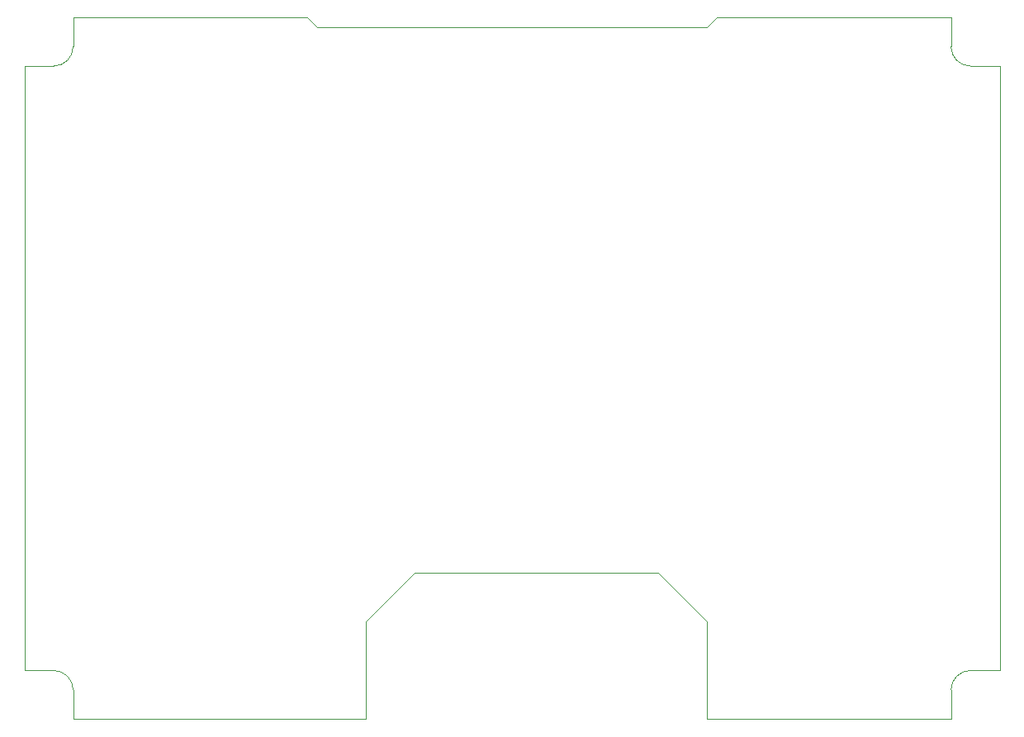
<source format=gm1>
G04*
G04 #@! TF.GenerationSoftware,Altium Limited,Altium Designer,22.1.2 (22)*
G04*
G04 Layer_Color=16711935*
%FSLAX44Y44*%
%MOMM*%
G71*
G04*
G04 #@! TF.SameCoordinates,DF868C21-73AE-4418-8FF8-C31C1020728F*
G04*
G04*
G04 #@! TF.FilePolarity,Positive*
G04*
G01*
G75*
%ADD151C,0.0510*%
%ADD152C,0.0000*%
%ADD153C,0.0508*%
D151*
X950000Y690000D02*
G03*
X970000Y670000I20000J0D01*
G01*
X970000Y50001D02*
G03*
X949999Y30000I0J-20001D01*
G01*
X30000Y670000D02*
G03*
X50000Y690000I0J20000D01*
G01*
X50000Y30000D02*
G03*
X30000Y50000I-20000J0D01*
G01*
D152*
X0Y670000D02*
X30000D01*
X0Y50000D02*
Y670000D01*
Y50000D02*
X30000D01*
X650000Y150000D02*
X700000Y100000D01*
X400000Y150000D02*
X650000D01*
X50000Y720000D02*
X290000D01*
X50000Y690000D02*
Y720000D01*
X700000Y0D02*
X950000D01*
X700000D02*
Y100013D01*
X350000Y100000D02*
X400000Y150000D01*
X350000Y0D02*
Y100000D01*
X50000Y0D02*
X350000D01*
X50000D02*
Y30000D01*
D153*
X949999Y25749D02*
Y30000D01*
Y25749D02*
X950000Y25750D01*
X290000Y720000D02*
X300000Y710000D01*
X700000D01*
X710000Y720000D01*
X970000Y670000D02*
X1000000D01*
X950000Y690000D02*
Y720000D01*
X710000D02*
X950000D01*
X1000000Y50000D02*
Y670000D01*
X970000Y50000D02*
X1000000D01*
X950000Y0D02*
Y25750D01*
M02*

</source>
